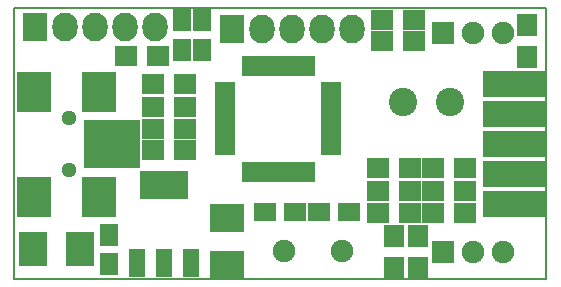
<source format=gbr>
G04 #@! TF.FileFunction,Soldermask,Top*
%FSLAX46Y46*%
G04 Gerber Fmt 4.6, Leading zero omitted, Abs format (unit mm)*
G04 Created by KiCad (PCBNEW 4.0.2+dfsg1-stable) date 2017年08月28日 星期一 15时15分42秒*
%MOMM*%
G01*
G04 APERTURE LIST*
%ADD10C,0.100000*%
%ADD11C,0.150000*%
%ADD12C,1.901140*%
%ADD13R,1.900000X1.700000*%
%ADD14C,2.400000*%
%ADD15R,2.127200X2.432000*%
%ADD16O,2.127200X2.432000*%
%ADD17R,4.057600X2.432000*%
%ADD18R,1.416000X2.432000*%
%ADD19R,1.900000X1.900000*%
%ADD20C,1.900000*%
%ADD21R,5.480000X2.178000*%
%ADD22R,1.650000X1.900000*%
%ADD23R,1.900000X1.650000*%
%ADD24R,1.700000X1.900000*%
%ADD25R,2.400000X2.900000*%
%ADD26R,2.900000X2.400000*%
%ADD27R,4.701240X0.900380*%
%ADD28R,2.899360X3.398980*%
%ADD29C,1.299160*%
%ADD30R,0.650000X1.700000*%
%ADD31R,1.700000X0.650000*%
G04 APERTURE END LIST*
D10*
D11*
X90170000Y-101460000D02*
X135170000Y-101460000D01*
X90170000Y-124460000D02*
X90170000Y-101460000D01*
X135170000Y-124460000D02*
X90170000Y-124460000D01*
X135170000Y-101460000D02*
X135170000Y-124460000D01*
D12*
X113002060Y-122047000D03*
X117883940Y-122047000D03*
D13*
X124032000Y-102489000D03*
X121332000Y-102489000D03*
D14*
X123095000Y-109474000D03*
X127095000Y-109474000D03*
D15*
X91948000Y-103124000D03*
D16*
X94488000Y-103124000D03*
X97028000Y-103124000D03*
X99568000Y-103124000D03*
X102108000Y-103124000D03*
D17*
X102870000Y-116459000D03*
D18*
X102870000Y-123063000D03*
X105156000Y-123063000D03*
X100584000Y-123063000D03*
D19*
X126492000Y-103632000D03*
D20*
X129032000Y-103632000D03*
X131572000Y-103632000D03*
D19*
X126492000Y-122174000D03*
D20*
X129032000Y-122174000D03*
X131572000Y-122174000D03*
D21*
X132588000Y-110490000D03*
X132588000Y-113030000D03*
X132588000Y-107950000D03*
X132588000Y-118110000D03*
X132588000Y-115570000D03*
D15*
X108585000Y-103251000D03*
D16*
X111125000Y-103251000D03*
X113665000Y-103251000D03*
X116205000Y-103251000D03*
X118745000Y-103251000D03*
D13*
X104601000Y-109855000D03*
X101901000Y-109855000D03*
X104601000Y-111760000D03*
X101901000Y-111760000D03*
X104601000Y-113538000D03*
X101901000Y-113538000D03*
D22*
X106045000Y-105009000D03*
X106045000Y-102509000D03*
X98171000Y-120670000D03*
X98171000Y-123170000D03*
D23*
X111399000Y-118745000D03*
X113899000Y-118745000D03*
X118471000Y-118745000D03*
X115971000Y-118745000D03*
D22*
X104394000Y-102509000D03*
X104394000Y-105009000D03*
D24*
X122301000Y-123524000D03*
X122301000Y-120824000D03*
D13*
X99615000Y-105537000D03*
X102315000Y-105537000D03*
X123651000Y-118872000D03*
X120951000Y-118872000D03*
X123651000Y-116967000D03*
X120951000Y-116967000D03*
X123651000Y-115062000D03*
X120951000Y-115062000D03*
X128350000Y-118872000D03*
X125650000Y-118872000D03*
X128350000Y-116967000D03*
X125650000Y-116967000D03*
X128350000Y-115062000D03*
X125650000Y-115062000D03*
X124032000Y-104267000D03*
X121332000Y-104267000D03*
D24*
X124333000Y-123524000D03*
X124333000Y-120824000D03*
X133604000Y-105617000D03*
X133604000Y-102917000D03*
D13*
X104601000Y-107950000D03*
X101901000Y-107950000D03*
D25*
X95726000Y-121920000D03*
X91726000Y-121920000D03*
D26*
X108204000Y-119285000D03*
X108204000Y-123285000D03*
D27*
X98429320Y-111429800D03*
X98429320Y-112229900D03*
X98429320Y-113030000D03*
X98429320Y-113830100D03*
X98429320Y-114630200D03*
D28*
X97330260Y-108579920D03*
X91831160Y-108579920D03*
X97330260Y-117480080D03*
X91831160Y-117480080D03*
D29*
X94830900Y-110830360D03*
X94830900Y-115229640D03*
D30*
X109772000Y-115348000D03*
X110272000Y-115348000D03*
X110772000Y-115348000D03*
X111272000Y-115348000D03*
X111772000Y-115348000D03*
X112272000Y-115348000D03*
X112772000Y-115348000D03*
X113272000Y-115348000D03*
X113772000Y-115348000D03*
X114272000Y-115348000D03*
X114772000Y-115348000D03*
X115272000Y-115348000D03*
D31*
X116999000Y-113621000D03*
X116999000Y-113121000D03*
X116999000Y-112621000D03*
X116999000Y-112121000D03*
X116999000Y-111621000D03*
X116999000Y-111121000D03*
X116999000Y-110621000D03*
X116999000Y-110121000D03*
X116999000Y-109621000D03*
X116999000Y-109121000D03*
X116999000Y-108621000D03*
X116999000Y-108121000D03*
D30*
X115272000Y-106394000D03*
X114772000Y-106394000D03*
X114272000Y-106394000D03*
X113772000Y-106394000D03*
X113272000Y-106394000D03*
X112772000Y-106394000D03*
X112272000Y-106394000D03*
X111772000Y-106394000D03*
X111272000Y-106394000D03*
X110772000Y-106394000D03*
X110272000Y-106394000D03*
X109772000Y-106394000D03*
D31*
X108045000Y-108121000D03*
X108045000Y-108621000D03*
X108045000Y-109121000D03*
X108045000Y-109621000D03*
X108045000Y-110121000D03*
X108045000Y-110621000D03*
X108045000Y-111121000D03*
X108045000Y-111621000D03*
X108045000Y-112121000D03*
X108045000Y-112621000D03*
X108045000Y-113121000D03*
X108045000Y-113621000D03*
M02*

</source>
